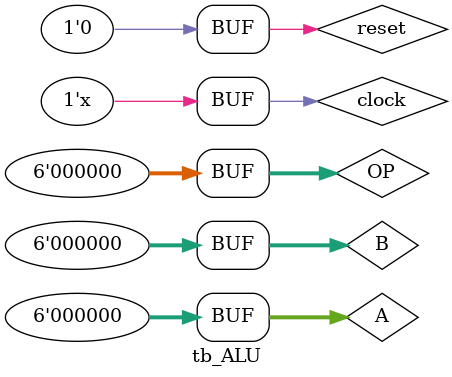
<source format=v>
module tb_ALU;
  reg [5 : 0] A;
  reg [5 : 0] B;
  reg [5 : 0] OP;
  reg reset;
  reg clock;
  wire [5 : 0] LEDs;
  reg [5 : 0] RESULT;

  
  initial begin
    $dumpfile("dump.vcd"); $dumpvars;
    clock = 0;
    reset = 0;
    
    A = 0;
    B = 0;
    OP = 0;
    
    #10
    A = 2;
    B = 3;
    OP = 6'b100000; //ADD
    
    #10
    A = 6;
    B = 5;
    OP = 6'b100010; //SUB
    
    #10
    A = 5;
    B = 5;
    OP = 6'b100100; //AND

    #10
    A = 5;
    B = 2;
    OP = 6'b100101; //OR
    
    #10
    A = 0;
    B = 0;
    OP = 0;
    
    #10
    A = 0;
    B = 0;
    OP = 0;

  end
  
  always #1 clock = ~clock;
   
  ALU instance_ALU(
        .o_led(LEDs), 
        .i_A (A), 
        .i_B (B), 
        .i_OP(OP),
        .reset(reset),
        .clock(clock)
  );
  
   endmodule
</source>
